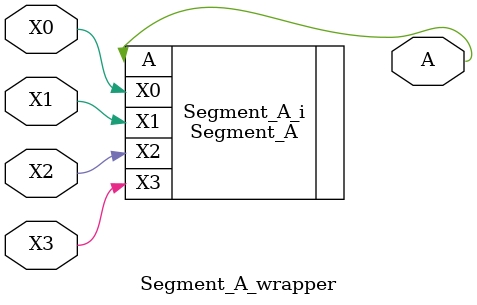
<source format=v>
`timescale 1 ps / 1 ps

module Segment_A_wrapper
   (A,
    X0,
    X1,
    X2,
    X3);
  output A;
  input X0;
  input X1;
  input X2;
  input X3;

  wire A;
  wire X0;
  wire X1;
  wire X2;
  wire X3;

  Segment_A Segment_A_i
       (.A(A),
        .X0(X0),
        .X1(X1),
        .X2(X2),
        .X3(X3));
endmodule

</source>
